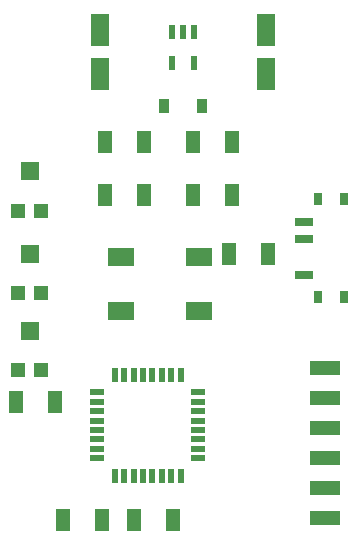
<source format=gtp>
G75*
%MOIN*%
%OFA0B0*%
%FSLAX25Y25*%
%IPPOS*%
%LPD*%
%AMOC8*
5,1,8,0,0,1.08239X$1,22.5*
%
%ADD10R,0.05000X0.07500*%
%ADD11R,0.10000X0.05000*%
%ADD12R,0.09000X0.06000*%
%ADD13R,0.05000X0.02200*%
%ADD14R,0.02200X0.05000*%
%ADD15R,0.02165X0.04724*%
%ADD16R,0.06299X0.11000*%
%ADD17R,0.03583X0.04803*%
%ADD18R,0.03150X0.03937*%
%ADD19R,0.05906X0.02756*%
%ADD20R,0.05906X0.06299*%
%ADD21R,0.04724X0.04724*%
D10*
X0037954Y0012000D03*
X0050954Y0012000D03*
X0061576Y0012000D03*
X0074576Y0012000D03*
X0035206Y0051370D03*
X0022206Y0051370D03*
X0051734Y0120268D03*
X0064734Y0120268D03*
X0064734Y0137984D03*
X0051734Y0137984D03*
X0081261Y0137984D03*
X0094261Y0137984D03*
X0094261Y0120268D03*
X0081261Y0120268D03*
X0093072Y0100583D03*
X0106072Y0100583D03*
D11*
X0125163Y0062591D03*
X0125163Y0052591D03*
X0125163Y0042591D03*
X0125163Y0032591D03*
X0125163Y0022591D03*
X0125163Y0012591D03*
D12*
X0083045Y0081740D03*
X0083045Y0099740D03*
X0057045Y0099740D03*
X0057045Y0081740D03*
D13*
X0049208Y0054520D03*
X0049208Y0051370D03*
X0049208Y0048220D03*
X0049208Y0045071D03*
X0049208Y0041921D03*
X0049208Y0038772D03*
X0049208Y0035622D03*
X0049208Y0032472D03*
X0083008Y0032472D03*
X0083008Y0035622D03*
X0083008Y0038772D03*
X0083008Y0041921D03*
X0083008Y0045071D03*
X0083008Y0048220D03*
X0083008Y0051370D03*
X0083008Y0054520D03*
D14*
X0077131Y0060396D03*
X0073982Y0060396D03*
X0070832Y0060396D03*
X0067682Y0060396D03*
X0064533Y0060396D03*
X0061383Y0060396D03*
X0058234Y0060396D03*
X0055084Y0060396D03*
X0055084Y0026596D03*
X0058234Y0026596D03*
X0061383Y0026596D03*
X0064533Y0026596D03*
X0067682Y0026596D03*
X0070832Y0026596D03*
X0073982Y0026596D03*
X0077131Y0026596D03*
D15*
X0074178Y0164362D03*
X0081659Y0164362D03*
X0081659Y0174598D03*
X0077919Y0174598D03*
X0074178Y0174598D03*
D16*
X0050360Y0175386D03*
X0050360Y0160449D03*
X0105478Y0160449D03*
X0105478Y0175386D03*
D17*
X0084365Y0149795D03*
X0071472Y0149795D03*
D18*
X0122800Y0118890D03*
X0131462Y0118890D03*
X0131462Y0086213D03*
X0122800Y0086213D03*
D19*
X0118273Y0093693D03*
X0118273Y0105504D03*
X0118273Y0111409D03*
D20*
X0026737Y0100583D03*
X0026737Y0074992D03*
X0026737Y0128142D03*
D21*
X0022800Y0115051D03*
X0030675Y0115051D03*
X0030675Y0087492D03*
X0022800Y0087492D03*
X0022800Y0061902D03*
X0030675Y0061902D03*
M02*

</source>
